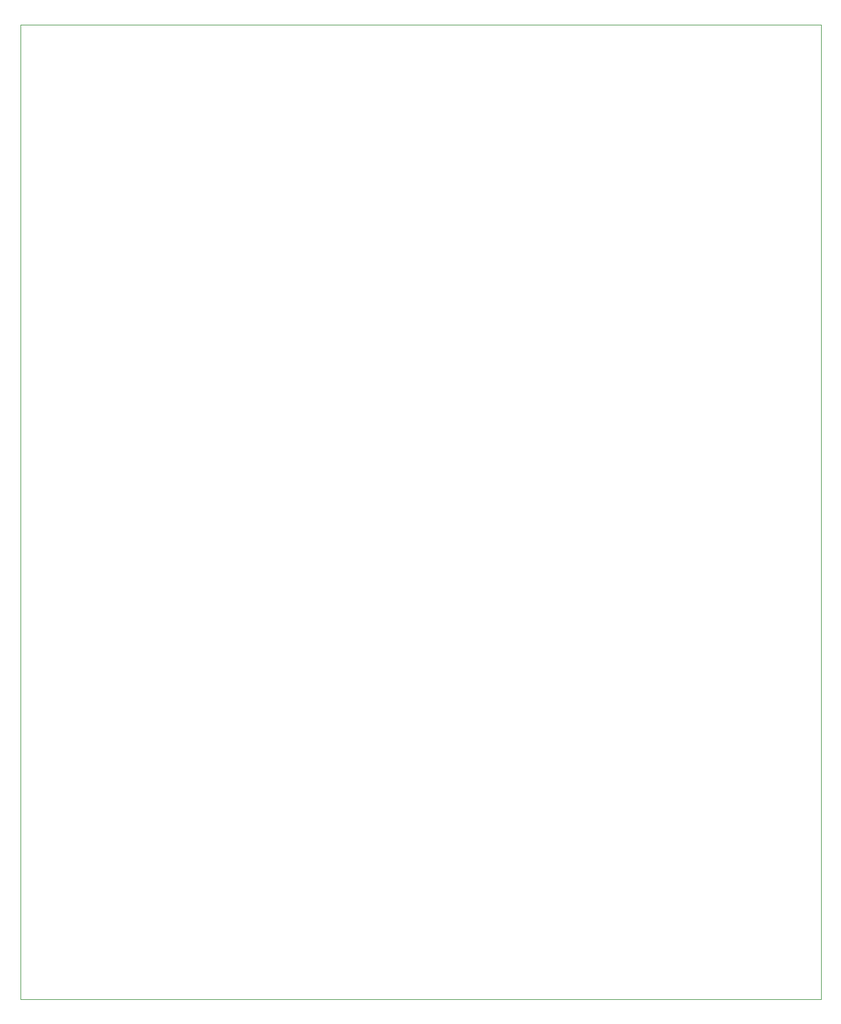
<source format=gbr>
%TF.GenerationSoftware,KiCad,Pcbnew,7.0.10*%
%TF.CreationDate,2024-02-22T16:17:49+01:00*%
%TF.ProjectId,PCB,5043422e-6b69-4636-9164-5f7063625858,rev?*%
%TF.SameCoordinates,Original*%
%TF.FileFunction,Profile,NP*%
%FSLAX46Y46*%
G04 Gerber Fmt 4.6, Leading zero omitted, Abs format (unit mm)*
G04 Created by KiCad (PCBNEW 7.0.10) date 2024-02-22 16:17:49*
%MOMM*%
%LPD*%
G01*
G04 APERTURE LIST*
%TA.AperFunction,Profile*%
%ADD10C,0.100000*%
%TD*%
G04 APERTURE END LIST*
D10*
X13716000Y-13716000D02*
X125984000Y-13716000D01*
X125984000Y-150368000D01*
X13716000Y-150368000D01*
X13716000Y-13716000D01*
M02*

</source>
